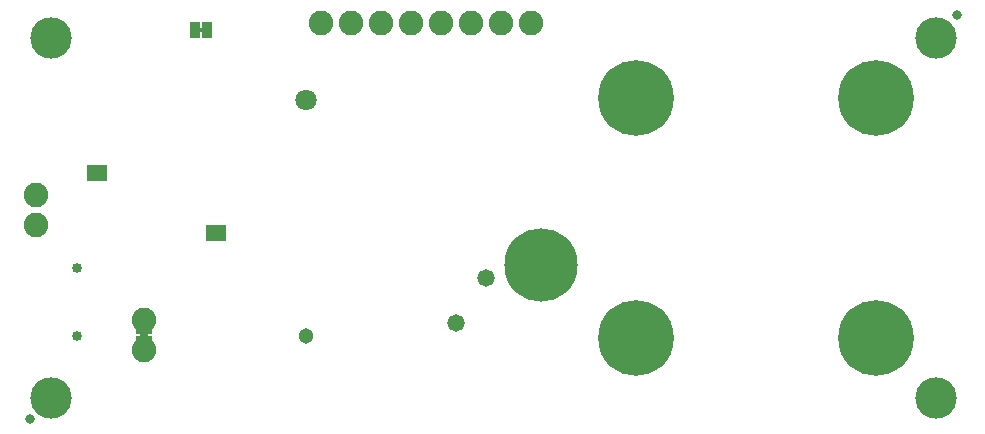
<source format=gbs>
G04 EAGLE Gerber RS-274X export*
G75*
%MOMM*%
%FSLAX34Y34*%
%LPD*%
%INSoldermask Bottom*%
%IPPOS*%
%AMOC8*
5,1,8,0,0,1.08239X$1,22.5*%
G01*
%ADD10C,0.853200*%
%ADD11C,0.838200*%
%ADD12C,3.505200*%
%ADD13C,6.203200*%
%ADD14R,0.863600X1.473200*%
%ADD15C,1.303200*%
%ADD16C,1.803200*%
%ADD17R,1.473200X0.838200*%
%ADD18C,2.082800*%
%ADD19R,0.838200X1.473200*%
%ADD20C,1.473200*%
%ADD21C,6.400800*%

G36*
X106999Y76212D02*
X106999Y76212D01*
X107065Y76214D01*
X107108Y76232D01*
X107155Y76240D01*
X107212Y76274D01*
X107272Y76299D01*
X107307Y76330D01*
X107348Y76355D01*
X107390Y76406D01*
X107438Y76450D01*
X107460Y76492D01*
X107489Y76529D01*
X107510Y76591D01*
X107541Y76650D01*
X107549Y76704D01*
X107561Y76741D01*
X107560Y76781D01*
X107568Y76835D01*
X107568Y80645D01*
X107557Y80710D01*
X107555Y80776D01*
X107537Y80819D01*
X107529Y80866D01*
X107495Y80923D01*
X107470Y80983D01*
X107439Y81018D01*
X107414Y81059D01*
X107363Y81101D01*
X107319Y81149D01*
X107277Y81171D01*
X107240Y81200D01*
X107178Y81221D01*
X107119Y81252D01*
X107065Y81260D01*
X107028Y81272D01*
X106988Y81271D01*
X106934Y81279D01*
X101346Y81279D01*
X101281Y81268D01*
X101215Y81266D01*
X101172Y81248D01*
X101125Y81240D01*
X101068Y81206D01*
X101008Y81181D01*
X100973Y81150D01*
X100932Y81125D01*
X100891Y81074D01*
X100842Y81030D01*
X100820Y80988D01*
X100791Y80951D01*
X100770Y80889D01*
X100739Y80830D01*
X100731Y80776D01*
X100719Y80739D01*
X100719Y80735D01*
X100719Y80734D01*
X100720Y80699D01*
X100712Y80645D01*
X100712Y76835D01*
X100723Y76770D01*
X100725Y76704D01*
X100743Y76661D01*
X100751Y76614D01*
X100785Y76557D01*
X100810Y76497D01*
X100841Y76462D01*
X100866Y76421D01*
X100917Y76380D01*
X100961Y76331D01*
X101003Y76309D01*
X101040Y76280D01*
X101102Y76259D01*
X101161Y76228D01*
X101215Y76220D01*
X101252Y76208D01*
X101292Y76209D01*
X101346Y76201D01*
X106934Y76201D01*
X106999Y76212D01*
G37*
G36*
X154370Y334657D02*
X154370Y334657D01*
X154436Y334659D01*
X154479Y334677D01*
X154526Y334685D01*
X154583Y334719D01*
X154643Y334744D01*
X154678Y334775D01*
X154719Y334800D01*
X154761Y334851D01*
X154809Y334895D01*
X154831Y334937D01*
X154860Y334974D01*
X154881Y335036D01*
X154912Y335095D01*
X154920Y335149D01*
X154932Y335186D01*
X154931Y335226D01*
X154939Y335280D01*
X154939Y337820D01*
X154928Y337885D01*
X154926Y337951D01*
X154908Y337994D01*
X154900Y338041D01*
X154866Y338098D01*
X154841Y338158D01*
X154810Y338193D01*
X154785Y338234D01*
X154734Y338276D01*
X154690Y338324D01*
X154648Y338346D01*
X154611Y338375D01*
X154549Y338396D01*
X154490Y338427D01*
X154436Y338435D01*
X154399Y338447D01*
X154359Y338446D01*
X154305Y338454D01*
X150495Y338454D01*
X150430Y338443D01*
X150364Y338441D01*
X150321Y338423D01*
X150274Y338415D01*
X150217Y338381D01*
X150157Y338356D01*
X150122Y338325D01*
X150081Y338300D01*
X150040Y338249D01*
X149991Y338205D01*
X149969Y338163D01*
X149940Y338126D01*
X149919Y338064D01*
X149888Y338005D01*
X149880Y337951D01*
X149868Y337914D01*
X149868Y337911D01*
X149869Y337874D01*
X149861Y337820D01*
X149861Y335280D01*
X149872Y335215D01*
X149874Y335149D01*
X149892Y335106D01*
X149900Y335059D01*
X149934Y335002D01*
X149959Y334942D01*
X149990Y334907D01*
X150015Y334866D01*
X150066Y334825D01*
X150110Y334776D01*
X150152Y334754D01*
X150189Y334725D01*
X150251Y334704D01*
X150310Y334673D01*
X150364Y334665D01*
X150401Y334653D01*
X150441Y334654D01*
X150495Y334646D01*
X154305Y334646D01*
X154370Y334657D01*
G37*
D10*
X47780Y135580D03*
X47780Y77780D03*
D11*
X7620Y7620D03*
X792480Y349250D03*
D12*
X774700Y330200D03*
X25400Y330200D03*
X774700Y25400D03*
X25400Y25400D03*
D13*
X440730Y137600D03*
D14*
X157607Y336550D03*
X147193Y336550D03*
D15*
X241300Y77800D03*
D16*
X241300Y277800D03*
D17*
X104140Y83820D03*
X104140Y73660D03*
D18*
X104140Y91440D03*
X104140Y66040D03*
D19*
X169164Y165100D03*
X161036Y165100D03*
X60706Y215900D03*
X68834Y215900D03*
D20*
X368300Y88900D03*
X393700Y127000D03*
D18*
X12700Y196850D03*
X12700Y171450D03*
X254000Y342900D03*
X279400Y342900D03*
X304800Y342900D03*
X330200Y342900D03*
X355600Y342900D03*
X381000Y342900D03*
X406400Y342900D03*
X431800Y342900D03*
D21*
X520700Y279400D03*
X723900Y279400D03*
X520700Y76200D03*
X723900Y76200D03*
M02*

</source>
